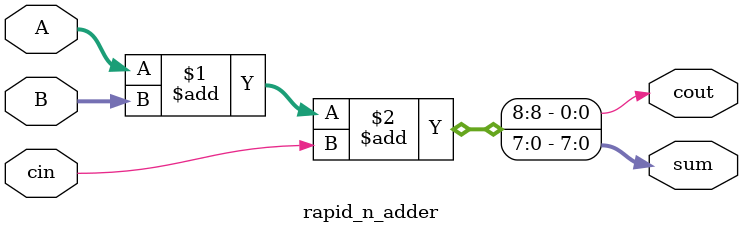
<source format=sv>
module rapid_full_adder(
    input logic a,b,cin,
    output logic sum,cout
);
assign {cout,sum} = a+b+cin;
endmodule

module rapid_n_adder #(
    parameter N=8
)(
    input logic signed [N-1:0] A,B,
    input logic cin,
    output logic signed [N-1:0] sum,
    output logic cout

);

assign {cout,sum} = A+B+cin;
endmodule
</source>
